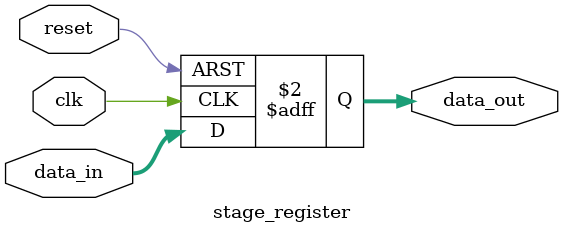
<source format=v>
module stage_register #(parameter N = 64) (
    input [N-1:0] data_in,
    input clk, reset,
    output reg [N-1:0] data_out
);

    always @(posedge clk, posedge reset) begin
        if (reset) data_out <= {N{1'b0}};
        else begin
            data_out <= data_in;
            //$display("From stage reg: %d , %d", data_in, data_out);
        end
    end
    
endmodule
</source>
